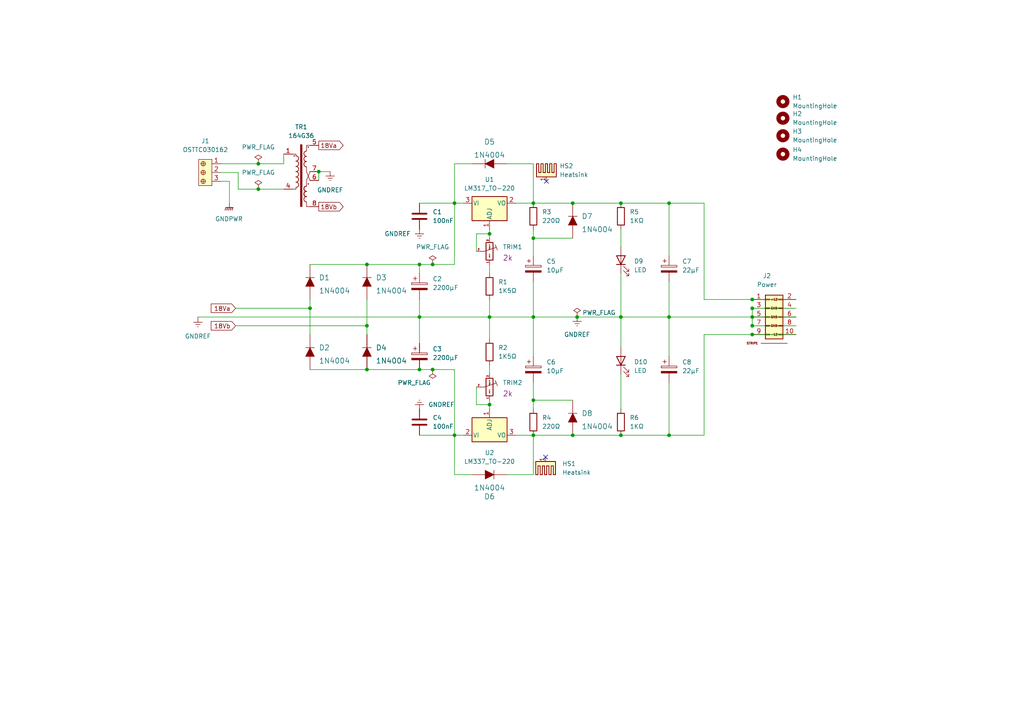
<source format=kicad_sch>
(kicad_sch (version 20211123) (generator eeschema)
  (paper "A4")
  (title_block (title "Linear PSU") (date "2022-01-03") (rev "0.1") (comment 1 "Based on CGS66 By Ken Stone") (comment 2 "CC-BY-NC"))
  (lib_symbols
    (symbol "4ms_Connector:Eurorack_Power_10pin_Unshrouded" (pin_names (offset 0.0254) hide)
      (property "Reference" "J" (at 0 3.81 0))
      (property "Value" "Eurorack_Power_10pin_Unshrouded" (at 0 6.35 0))
      (symbol "Eurorack_Power_10pin_Unshrouded_0_0"
        (text "+12" (at 0 1.27 0) (effects (font (size 0.635 0.635))))
        (text "-12" (at 0 -8.89 0) (effects (font (size 0.635 0.635))))
        (text "GND" (at 0 -6.35 0) (effects (font (size 0.635 0.635))))
        (text "GND" (at 0 -3.81 0) (effects (font (size 0.635 0.635))))
        (text "GND" (at 0 -1.27 0) (effects (font (size 0.635 0.635))))
        (text "STRIPE" (at -6.35 -11.43 0) (effects (font (size 0.635 0.635))))
      )
      (symbol "Eurorack_Power_10pin_Unshrouded_0_1"
        (rectangle (start -2.54 -10.16) (end 2.54 2.54) (stroke (width 0.254)) (fill (type background)))
        (rectangle (start -2.54 -8.763) (end -1.27 -9.017))
        (rectangle (start -2.54 -6.223) (end -1.27 -6.477))
        (rectangle (start -2.54 -3.683) (end -1.27 -3.937))
        (rectangle (start -2.54 -1.143) (end -1.27 -1.397))
        (rectangle (start -2.54 1.397) (end -1.27 1.143))
        (polyline (pts (xy -3.81 -11.43) (xy 3.81 -11.43) (xy 1.27 -11.43)))
        (rectangle (start 1.27 -8.763) (end 2.54 -9.017))
        (rectangle (start 1.27 -6.223) (end 2.54 -6.477))
        (rectangle (start 1.27 -3.683) (end 2.54 -3.937))
        (rectangle (start 1.27 -1.143) (end 2.54 -1.397))
        (rectangle (start 1.27 1.397) (end 2.54 1.143))
      )
      (symbol "Eurorack_Power_10pin_Unshrouded_1_1"
        (pin passive line (at -6.35 1.27 0) (length 3.81) (name "+12V") (number "1"))
        (pin passive line (at 6.35 -8.89 180) (length 3.81) (name "-12V") (number "10"))
        (pin passive line (at 6.35 1.27 180) (length 3.81) (name "+12V") (number "2"))
        (pin passive line (at -6.35 -1.27 0) (length 3.81) (name "GND") (number "3"))
        (pin passive line (at 6.35 -1.27 180) (length 3.81) (name "GND") (number "4"))
        (pin passive line (at -6.35 -3.81 0) (length 3.81) (name "GND") (number "5"))
        (pin passive line (at 6.35 -3.81 180) (length 3.81) (name "GND") (number "6"))
        (pin passive line (at -6.35 -6.35 0) (length 3.81) (name "GND") (number "7"))
        (pin passive line (at 6.35 -6.35 180) (length 3.81) (name "GND") (number "8"))
        (pin passive line (at -6.35 -8.89 0) (length 3.81) (name "-12V") (number "9"))
      )
    )
    (symbol "4ms_Potentiometer:TrimPot_T73YEt_1k" (pin_names (offset 1.016) hide)
      (property "Reference" "TRIM" (at -5.08 0.381 90))
      (property "Display" "1k" (at -3.302 0.127 90))
      (symbol "TrimPot_T73YEt_1k_0_1"
        (polyline (pts (xy -2.286 -0.381) (xy -1.651 -1.905)))
        (polyline (pts (xy -1.905 -1.143) (xy 1.524 0)))
        (polyline (pts (xy 2.54 0) (xy 1.524 0)))
        (rectangle (start 1.016 2.54) (end -1.016 -2.54) (stroke (width 0.254)))
      )
      (symbol "TrimPot_T73YEt_1k_1_0"
        (text "Left/1" (at 0 1.27 900) (effects (font (size 0.254 0.254))))
        (text "Right/3" (at 0 -1.27 900) (effects (font (size 0.254 0.254))))
      )
      (symbol "TrimPot_T73YEt_1k_1_1"
        (pin passive line (at 0 3.81 270) (length 1.27) (name "Left") (number "1"))
        (pin passive line (at 3.81 0 180) (length 1.27) (name "Center") (number "2"))
        (pin passive line (at 0 -3.81 90) (length 1.27) (name "Right") (number "3"))
      )
    )
    (symbol "4ms_Power-symbol:PWR_FLAG" (power) (pin_numbers hide) (pin_names (offset 0) hide)
      (property "Value" "PWR_FLAG" (at 0 3.81 0))
      (symbol "PWR_FLAG_0_0"
        (pin power_out line (at 0 0 90) (length 0) (name "pwr") (number "1"))
      )
      (symbol "PWR_FLAG_0_1"
        (polyline (pts (xy 0 0) (xy 0 1.27) (xy -1.016 1.905) (xy 0 2.54) (xy 1.016 1.905) (xy 0 1.27)))
      )
    )
    (symbol "Device:C" (pin_numbers hide) (pin_names (offset 0.254))
      (property "Reference" "C" (at 0.635 2.54 0))
      (property "Value" "C" (at 0.635 -2.54 0))
      (symbol "C_0_1"
        (polyline (pts (xy -2.032 -0.762) (xy 2.032 -0.762)) (stroke (width 0.508)))
        (polyline (pts (xy -2.032 0.762) (xy 2.032 0.762)) (stroke (width 0.508)))
      )
      (symbol "C_1_1"
        (pin passive line (at 0 3.81 270) (length 2.794) (name "~") (number "1"))
        (pin passive line (at 0 -3.81 90) (length 2.794) (name "~") (number "2"))
      )
    )
    (symbol "Device:C_Polarized" (pin_numbers hide) (pin_names (offset 0.254))
      (property "Reference" "C" (at 0.635 2.54 0))
      (property "Value" "C_Polarized" (at 0.635 -2.54 0))
      (symbol "C_Polarized_0_1"
        (rectangle (start -2.286 0.508) (end 2.286 1.016))
        (polyline (pts (xy -1.778 2.286) (xy -0.762 2.286)))
        (polyline (pts (xy -1.27 2.794) (xy -1.27 1.778)))
        (rectangle (start 2.286 -0.508) (end -2.286 -1.016) (fill (type outline)))
      )
      (symbol "C_Polarized_1_1"
        (pin passive line (at 0 3.81 270) (length 2.794) (name "~") (number "1"))
        (pin passive line (at 0 -3.81 90) (length 2.794) (name "~") (number "2"))
      )
    )
    (symbol "Device:LED" (pin_numbers hide) (pin_names (offset 1.016) hide)
      (property "Reference" "D" (at 0 2.54 0))
      (property "Value" "LED" (at 0 -2.54 0))
      (symbol "LED_0_1"
        (polyline (pts (xy -1.27 -1.27) (xy -1.27 1.27)) (stroke (width 0.254)))
        (polyline (pts (xy -1.27 0) (xy 1.27 0)))
        (polyline (pts (xy 1.27 -1.27) (xy 1.27 1.27) (xy -1.27 0) (xy 1.27 -1.27)) (stroke (width 0.254)))
        (polyline (pts (xy -3.048 -0.762) (xy -4.572 -2.286) (xy -3.81 -2.286) (xy -4.572 -2.286) (xy -4.572 -1.524)))
        (polyline (pts (xy -1.778 -0.762) (xy -3.302 -2.286) (xy -2.54 -2.286) (xy -3.302 -2.286) (xy -3.302 -1.524)))
      )
      (symbol "LED_1_1"
        (pin passive line (at -3.81 0 0) (length 2.54) (name "K") (number "1"))
        (pin passive line (at 3.81 0 180) (length 2.54) (name "A") (number "2"))
      )
    )
    (symbol "Device:R" (pin_numbers hide) (pin_names (offset 0))
      (property "Reference" "R" (at 2.032 0 90))
      (property "Value" "R" (at 0 0 90))
      (symbol "R_0_1"
        (rectangle (start -1.016 -2.54) (end 1.016 2.54) (stroke (width 0.254)))
      )
      (symbol "R_1_1"
        (pin passive line (at 0 3.81 270) (length 1.27) (name "~") (number "1"))
        (pin passive line (at 0 -3.81 90) (length 1.27) (name "~") (number "2"))
      )
    )
    (symbol "Mechanical:Heatsink_Pad" (pin_names (offset 0))
      (property "Reference" "HS" (at 0 5.715 0))
      (property "Value" "Heatsink_Pad" (at 0 3.81 0))
      (symbol "Heatsink_Pad_0_1"
        (polyline (pts (xy -0.3302 0) (xy -0.9652 0) (xy -0.9652 2.54) (xy -1.6002 2.54) (xy -1.6002 0) (xy -2.2352 0) (xy -2.2352 2.54) (xy -2.8702 2.54) (xy -2.8702 -1.27) (xy -0.9652 -1.27)) (stroke (width 0.254)) (fill (type background)))
        (polyline (pts (xy -0.3302 0) (xy -0.3302 2.54) (xy 0.3048 2.54) (xy 0.3048 0) (xy 0.9398 0) (xy 0.9398 2.54) (xy 1.5748 2.54) (xy 1.5748 0) (xy 2.2098 0) (xy 2.2098 2.54) (xy 2.8448 2.54) (xy 2.8448 -1.27) (xy -0.9652 -1.27)) (stroke (width 0.254)) (fill (type background)))
      )
      (symbol "Heatsink_Pad_1_1"
        (pin passive line (at 0 -2.54 90) (length 1.27) (name "~") (number "1"))
      )
    )
    (symbol "Mechanical:MountingHole" (pin_names (offset 1.016))
      (property "Reference" "H" (at 0 5.08 0))
      (property "Value" "MountingHole" (at 0 3.175 0))
      (symbol "MountingHole_0_1"
        (circle (center 0 0) (radius 1.27) (stroke (width 1.27)))
      )
    )
    (symbol "NeedlessMustard:164G36"
      (property "Reference" "TR" (at -1.27 11.43 0))
      (property "Value" "164G36" (at 1.27 13.97 0))
      (symbol "164G36_0_1"
        (circle (center -2.032 5.842) (radius 0.127))
        (arc (start -1.524 -3.302) (mid -0.762 -2.54) (end -1.524 -1.778) (stroke (width 0.2032)))
        (arc (start -1.524 -1.778) (mid -0.762 -1.016) (end -1.524 -0.254) (stroke (width 0.2032)))
        (arc (start -1.524 -0.254) (mid -0.762 0.508) (end -1.524 1.27) (stroke (width 0.2032)))
        (arc (start -1.524 1.27) (mid -0.762 2.032) (end -1.524 2.794) (stroke (width 0.2032)))
        (arc (start -1.524 2.794) (mid -0.762 3.556) (end -1.524 4.318) (stroke (width 0.2032)))
        (arc (start -1.524 4.318) (mid -0.762 5.08) (end -1.524 5.842) (stroke (width 0.2032)))
        (rectangle (start -0.254 9.144) (end 0.254 -8.89) (stroke (width 0.0254)) (fill (type outline)))
        (polyline (pts (xy -1.524 -3.302) (xy -1.524 -3.81) (xy -2.54 -3.81)))
        (polyline (pts (xy -1.524 5.842) (xy -1.524 6.35) (xy -2.54 6.35)))
        (polyline (pts (xy 1.524 -7.62) (xy 1.524 -8.89) (xy 2.54 -8.89)))
        (polyline (pts (xy 2.54 -1.27) (xy 1.524 1.27) (xy 1.524 2.54)))
        (polyline (pts (xy 2.54 1.27) (xy 1.524 -1.27) (xy 1.524 -2.794)))
        (polyline (pts (xy 2.54 8.89) (xy 1.524 8.89) (xy 1.524 7.366)))
        (arc (start 1.524 -5.969) (mid 0.762 -6.731) (end 1.524 -7.493) (stroke (width 0.2032)))
        (arc (start 1.524 -4.445) (mid 0.762 -5.207) (end 1.524 -5.969) (stroke (width 0.2032)))
        (arc (start 1.524 -4.445) (mid 0.762 -5.207) (end 1.524 -5.969) (stroke (width 0.2032)))
        (arc (start 1.524 -2.921) (mid 0.762 -3.683) (end 1.524 -4.445) (stroke (width 0.2032)))
        (arc (start 1.524 -2.921) (mid 0.762 -3.683) (end 1.524 -4.445) (stroke (width 0.2032)))
        (arc (start 1.524 4.191) (mid 0.762 3.429) (end 1.524 2.667) (stroke (width 0.2032)))
        (arc (start 1.524 5.715) (mid 0.762 4.953) (end 1.524 4.191) (stroke (width 0.2032)))
        (arc (start 1.524 7.239) (mid 0.762 6.477) (end 1.524 5.715) (stroke (width 0.2032)))
        (circle (center 2.032 -2.286) (radius 0.127))
        (circle (center 2.032 8.382) (radius 0.127))
      )
      (symbol "164G36_1_1"
        (pin passive line (at -5.08 6.35 0) (length 2.54) (name "~") (number "1"))
        (pin passive line (at -5.08 -3.81 0) (length 2.54) (name "~") (number "4"))
        (pin passive line (at 5.08 8.89 180) (length 2.54) (name "~") (number "5"))
        (pin passive line (at 5.08 -1.27 180) (length 2.54) (name "~") (number "6"))
        (pin passive line (at 5.08 1.27 180) (length 2.54) (name "~") (number "7"))
        (pin passive line (at 5.08 -8.89 180) (length 2.54) (name "~") (number "8"))
      )
    )
    (symbol "Regulator_Linear:LM317_SOT-223" (pin_names (offset 0.254))
      (property "Reference" "U" (at -3.81 3.175 0))
      (property "Value" "LM317_SOT-223" (at 0 3.175 0))
      (symbol "LM317_SOT-223_0_1"
        (rectangle (start -5.08 1.905) (end 5.08 -5.08) (stroke (width 0.254)) (fill (type background)))
      )
      (symbol "LM317_SOT-223_1_1"
        (pin input line (at 0 -7.62 90) (length 2.54) (name "ADJ") (number "1"))
        (pin power_out line (at 7.62 0 180) (length 2.54) (name "VO") (number "2"))
        (pin power_in line (at -7.62 0 0) (length 2.54) (name "VI") (number "3"))
      )
    )
    (symbol "Regulator_Linear:LM337_SOT223" (pin_names (offset 0.254))
      (property "Reference" "U" (at -3.81 -3.175 0))
      (property "Value" "LM337_SOT223" (at 0 -3.175 0))
      (symbol "LM337_SOT223_0_1"
        (rectangle (start -5.08 5.08) (end 5.08 -1.905) (stroke (width 0.254)) (fill (type background)))
      )
      (symbol "LM337_SOT223_1_1"
        (pin input line (at 0 7.62 270) (length 2.54) (name "ADJ") (number "1"))
        (pin power_in line (at -7.62 0 0) (length 2.54) (name "VI") (number "2"))
        (pin power_out line (at 7.62 0 180) (length 2.54) (name "VO") (number "3"))
      )
    )
    (symbol "dk_Diodes-Rectifiers-Single:1N4004-T_NRND" (pin_numbers hide) (pin_names (offset 0) hide)
      (property "Reference" "D" (at 0 2.54 0))
      (property "Value" "1N4004-T_NRND" (at 0 -2.54 0))
      (symbol "1N4004-T_NRND_0_1"
        (polyline (pts (xy 1.27 1.27) (xy 1.27 -1.27)))
        (polyline (pts (xy -1.27 1.27) (xy -1.27 -1.27) (xy 1.27 0) (xy -1.27 1.27)) (fill (type outline)))
      )
      (symbol "1N4004-T_NRND_1_1"
        (pin passive line (at -5.08 0 0) (length 3.81) (name "~") (number "A"))
        (pin passive line (at 5.08 0 180) (length 3.81) (name "~") (number "K"))
      )
    )
    (symbol "dk_Terminal-Blocks-Wire-to-Board:OSTTC030162" (pin_names (offset 1.016))
      (property "Reference" "J" (at -2.54 1.27 0))
      (property "Value" "OSTTC030162" (at 2.54 -2.54 0))
      (symbol "OSTTC030162_1_1"
        (rectangle (start -1.27 2.54) (end 6.35 -1.27) (fill (type background)))
        (polyline (pts (xy 0 0.635) (xy 0 -0.635)))
        (polyline (pts (xy 0.635 0) (xy -0.635 0)))
        (polyline (pts (xy 1.905 0) (xy 3.175 0)))
        (polyline (pts (xy 2.54 0.635) (xy 2.54 -0.635)))
        (polyline (pts (xy 4.445 0) (xy 5.715 0)))
        (polyline (pts (xy 5.08 0.635) (xy 5.08 -0.635)))
        (circle (center 0 0) (radius 0.635))
        (circle (center 2.54 0) (radius 0.635))
        (circle (center 5.08 0) (radius 0.635))
        (pin passive line (at 0 5.08 270) (length 2.54) (name "~") (number "1"))
        (pin passive line (at 2.54 5.08 270) (length 2.54) (name "~") (number "2"))
        (pin passive line (at 5.08 5.08 270) (length 2.54) (name "~") (number "3"))
      )
    )
    (symbol "power:GNDPWR" (power) (pin_names (offset 0))
      (property "Value" "GNDPWR" (at 0 -3.302 0))
      (symbol "GNDPWR_0_1"
        (polyline (pts (xy 0 -1.27) (xy 0 0)))
        (polyline (pts (xy -1.016 -1.27) (xy -1.27 -2.032) (xy -1.27 -2.032)) (stroke (width 0.2032)))
        (polyline (pts (xy -0.508 -1.27) (xy -0.762 -2.032) (xy -0.762 -2.032)) (stroke (width 0.2032)))
        (polyline (pts (xy 0 -1.27) (xy -0.254 -2.032) (xy -0.254 -2.032)) (stroke (width 0.2032)))
        (polyline (pts (xy 0.508 -1.27) (xy 0.254 -2.032) (xy 0.254 -2.032)) (stroke (width 0.2032)))
        (polyline (pts (xy 1.016 -1.27) (xy -1.016 -1.27) (xy -1.016 -1.27)) (stroke (width 0.2032)))
        (polyline (pts (xy 1.016 -1.27) (xy 0.762 -2.032) (xy 0.762 -2.032) (xy 0.762 -2.032)) (stroke (width 0.2032)))
      )
      (symbol "GNDPWR_1_1"
        (pin power_in line (at 0 0 270) (length 0) hide (name "GNDPWR") (number "1"))
      )
    )
    (symbol "power:GNDREF" (power) (pin_names (offset 0))
      (property "Value" "GNDREF" (at 0 -3.81 0))
      (symbol "GNDREF_0_1"
        (polyline (pts (xy -0.635 -1.905) (xy 0.635 -1.905)))
        (polyline (pts (xy -0.127 -2.54) (xy 0.127 -2.54)))
        (polyline (pts (xy 0 -1.27) (xy 0 0)))
        (polyline (pts (xy 1.27 -1.27) (xy -1.27 -1.27)))
      )
      (symbol "GNDREF_1_1"
        (pin power_in line (at 0 0 270) (length 0) hide (name "GNDREF") (number "1"))
      )
    )
    (symbol "power:PWR_FLAG" (power) (pin_numbers hide) (pin_names (offset 0) hide)
      (property "Value" "PWR_FLAG" (at 0 3.81 0))
      (symbol "PWR_FLAG_0_0"
        (pin power_out line (at 0 0 90) (length 0) (name "pwr") (number "1"))
      )
      (symbol "PWR_FLAG_0_1"
        (polyline (pts (xy 0 0) (xy 0 1.27) (xy -1.016 1.905) (xy 0 2.54) (xy 1.016 1.905) (xy 0 1.27)))
      )
    )
  )
  (junction (at 141.986 67.818))
  (junction (at 74.93 54.864))
  (junction (at 106.426 94.488))
  (junction (at 154.686 116.078))
  (junction (at 194.056 126.238))
  (junction (at 218.186 89.408))
  (junction (at 180.086 126.238))
  (junction (at 89.916 89.408))
  (junction (at 106.426 76.708))
  (junction (at 154.686 69.088))
  (junction (at 121.666 91.948))
  (junction (at 218.186 91.948))
  (junction (at 154.686 126.238))
  (junction (at 154.686 58.928))
  (junction (at 194.056 58.928))
  (junction (at 154.686 91.948))
  (junction (at 106.426 107.188))
  (junction (at 218.186 86.868))
  (junction (at 180.086 91.948))
  (junction (at 141.986 117.348))
  (junction (at 167.386 91.948))
  (junction (at 166.116 58.928))
  (junction (at 74.93 47.498))
  (junction (at 141.986 91.948))
  (junction (at 131.826 58.928))
  (junction (at 125.476 76.708))
  (junction (at 121.666 76.708))
  (junction (at 166.116 126.238))
  (junction (at 218.186 97.028))
  (junction (at 218.186 94.488))
  (junction (at 125.476 107.188))
  (junction (at 131.826 126.238))
  (junction (at 194.056 91.948))
  (junction (at 180.086 58.928))
  (junction (at 92.456 49.784))
  (junction (at 121.666 107.188))
  (no_connect (at 158.242 132.588))
  (no_connect (at 158.496 52.578))
  (wire (pts (xy 180.086 66.548) (xy 180.086 71.628)))
  (wire (pts (xy 89.916 107.188) (xy 106.426 107.188)))
  (wire (pts (xy 154.686 66.548) (xy 154.686 69.088)))
  (wire (pts (xy 194.056 81.788) (xy 194.056 91.948)))
  (wire (pts (xy 121.666 107.188) (xy 125.476 107.188)))
  (wire (pts (xy 121.666 91.948) (xy 141.986 91.948)))
  (wire (pts (xy 89.916 89.408) (xy 89.916 97.028)))
  (wire (pts (xy 141.986 66.548) (xy 141.986 67.818)))
  (wire (pts (xy 106.426 107.188) (xy 121.666 107.188)))
  (wire (pts (xy 138.176 72.898) (xy 138.176 67.818)))
  (wire (pts (xy 69.088 54.864) (xy 69.088 50.038)))
  (wire (pts (xy 138.176 112.268) (xy 138.176 117.348)))
  (wire (pts (xy 154.686 91.948) (xy 167.386 91.948)))
  (wire (pts (xy 194.056 126.238) (xy 204.216 126.238)))
  (wire (pts (xy 131.826 76.708) (xy 131.826 58.928)))
  (wire (pts (xy 218.186 91.948) (xy 230.886 91.948)))
  (wire (pts (xy 154.686 137.668) (xy 147.066 137.668)))
  (wire (pts (xy 64.008 52.578) (xy 66.548 52.578)))
  (wire (pts (xy 125.476 107.188) (xy 131.826 107.188)))
  (wire (pts (xy 154.686 126.238) (xy 154.686 137.668)))
  (wire (pts (xy 166.116 126.238) (xy 180.086 126.238)))
  (wire (pts (xy 141.986 86.868) (xy 141.986 91.948)))
  (wire (pts (xy 57.404 91.948) (xy 121.666 91.948)))
  (wire (pts (xy 218.186 86.868) (xy 230.886 86.868)))
  (wire (pts (xy 69.088 50.038) (xy 64.008 50.038)))
  (wire (pts (xy 194.056 91.948) (xy 218.186 91.948)))
  (wire (pts (xy 121.666 76.708) (xy 125.476 76.708)))
  (wire (pts (xy 68.326 89.408) (xy 89.916 89.408)))
  (wire (pts (xy 154.686 47.498) (xy 154.686 58.928)))
  (wire (pts (xy 154.686 69.088) (xy 166.116 69.088)))
  (wire (pts (xy 82.296 47.498) (xy 74.93 47.498)))
  (wire (pts (xy 82.296 54.864) (xy 74.93 54.864)))
  (wire (pts (xy 131.826 47.498) (xy 131.826 58.928)))
  (wire (pts (xy 149.606 58.928) (xy 154.686 58.928)))
  (wire (pts (xy 204.216 126.238) (xy 204.216 97.028)))
  (wire (pts (xy 194.056 58.928) (xy 204.216 58.928)))
  (wire (pts (xy 149.606 126.238) (xy 154.686 126.238)))
  (wire (pts (xy 74.93 54.864) (xy 69.088 54.864)))
  (wire (pts (xy 141.986 91.948) (xy 154.686 91.948)))
  (wire (pts (xy 74.93 47.498) (xy 64.008 47.498)))
  (wire (pts (xy 106.426 86.868) (xy 106.426 94.488)))
  (wire (pts (xy 121.666 76.708) (xy 121.666 79.248)))
  (wire (pts (xy 180.086 79.248) (xy 180.086 91.948)))
  (wire (pts (xy 121.666 126.238) (xy 131.826 126.238)))
  (wire (pts (xy 180.086 91.948) (xy 194.056 91.948)))
  (wire (pts (xy 141.986 76.708) (xy 141.986 79.248)))
  (wire (pts (xy 131.826 137.668) (xy 131.826 126.238)))
  (wire (pts (xy 167.386 91.948) (xy 180.086 91.948)))
  (wire (pts (xy 89.916 76.708) (xy 106.426 76.708)))
  (wire (pts (xy 121.666 58.928) (xy 131.826 58.928)))
  (wire (pts (xy 57.404 91.948) (xy 57.404 92.202)))
  (wire (pts (xy 154.686 58.928) (xy 166.116 58.928)))
  (wire (pts (xy 218.186 91.948) (xy 218.186 94.488)))
  (wire (pts (xy 136.906 137.668) (xy 131.826 137.668)))
  (wire (pts (xy 154.686 91.948) (xy 154.686 103.378)))
  (wire (pts (xy 218.186 97.028) (xy 230.886 97.028)))
  (wire (pts (xy 141.986 105.918) (xy 141.986 108.458)))
  (wire (pts (xy 154.686 81.788) (xy 154.686 91.948)))
  (wire (pts (xy 125.476 76.708) (xy 131.826 76.708)))
  (wire (pts (xy 166.116 58.928) (xy 180.086 58.928)))
  (wire (pts (xy 141.986 67.818) (xy 141.986 69.088)))
  (wire (pts (xy 180.086 58.928) (xy 194.056 58.928)))
  (wire (pts (xy 194.056 58.928) (xy 194.056 74.168)))
  (wire (pts (xy 131.826 58.928) (xy 134.366 58.928)))
  (wire (pts (xy 121.666 86.868) (xy 121.666 91.948)))
  (wire (pts (xy 89.916 86.868) (xy 89.916 89.408)))
  (wire (pts (xy 204.216 86.868) (xy 218.186 86.868)))
  (wire (pts (xy 154.686 116.078) (xy 166.116 116.078)))
  (wire (pts (xy 154.686 116.078) (xy 154.686 118.618)))
  (wire (pts (xy 194.056 110.998) (xy 194.056 126.238)))
  (wire (pts (xy 218.186 89.408) (xy 218.186 91.948)))
  (wire (pts (xy 92.456 49.784) (xy 95.758 49.784)))
  (wire (pts (xy 180.086 126.238) (xy 194.056 126.238)))
  (wire (pts (xy 131.826 47.498) (xy 136.906 47.498)))
  (wire (pts (xy 82.296 44.704) (xy 82.296 47.498)))
  (wire (pts (xy 147.066 47.498) (xy 154.686 47.498)))
  (wire (pts (xy 131.826 107.188) (xy 131.826 126.238)))
  (wire (pts (xy 106.426 76.708) (xy 121.666 76.708)))
  (wire (pts (xy 141.986 117.348) (xy 141.986 118.618)))
  (wire (pts (xy 141.986 116.078) (xy 141.986 117.348)))
  (wire (pts (xy 194.056 91.948) (xy 194.056 103.378)))
  (wire (pts (xy 204.216 58.928) (xy 204.216 86.868)))
  (wire (pts (xy 180.086 108.458) (xy 180.086 118.618)))
  (wire (pts (xy 218.186 89.408) (xy 230.886 89.408)))
  (wire (pts (xy 180.086 91.948) (xy 180.086 100.838)))
  (wire (pts (xy 204.216 97.028) (xy 218.186 97.028)))
  (wire (pts (xy 138.176 67.818) (xy 141.986 67.818)))
  (wire (pts (xy 92.456 49.784) (xy 92.456 52.324)))
  (wire (pts (xy 131.826 126.238) (xy 134.366 126.238)))
  (wire (pts (xy 218.186 94.488) (xy 230.886 94.488)))
  (wire (pts (xy 121.666 91.948) (xy 121.666 99.568)))
  (wire (pts (xy 154.686 126.238) (xy 166.116 126.238)))
  (wire (pts (xy 154.686 110.998) (xy 154.686 116.078)))
  (wire (pts (xy 141.986 91.948) (xy 141.986 98.298)))
  (wire (pts (xy 106.426 94.488) (xy 106.426 97.028)))
  (wire (pts (xy 68.326 94.488) (xy 106.426 94.488)))
  (wire (pts (xy 138.176 117.348) (xy 141.986 117.348)))
  (wire (pts (xy 66.548 52.578) (xy 66.548 58.928)))
  (wire (pts (xy 154.686 69.088) (xy 154.686 74.168)))
  (global_label "18Va" (shape output) (at 92.456 42.164 0) (property "Intersheet References" "${INTERSHEET_REFS}" (effects hide)))
  (global_label "18Va" (shape input) (at 68.326 89.408 180) (property "Intersheet References" "${INTERSHEET_REFS}" (effects hide)))
  (global_label "18Vb" (shape output) (at 92.456 59.944 0) (property "Intersheet References" "${INTERSHEET_REFS}" (effects hide)))
  (global_label "18Vb" (shape input) (at 68.326 94.488 180) (property "Intersheet References" "${INTERSHEET_REFS}" (effects hide)))
  (symbol (lib_id "Mechanical:MountingHole") (at 227.076 39.37 0) (unit 1) (in_bom no)
    (property "Reference" "H3" (at 229.87 38.0999 0) (effects (justify left)))
    (property "Value" "MountingHole" (at 229.87 40.6399 0) (effects (justify left)))
    (property "Footprint" "MountingHole:MountingHole_3.2mm_M3_DIN965" (effects hide))
  )
  (symbol (lib_id "power:GNDREF") (at 121.666 118.618 180) (unit 1)
    (property "Reference" "#PWR05" (effects hide))
    (property "Value" "GNDREF" (at 131.826 117.348 0) (effects (justify left)))
  )
  (symbol (lib_id "dk_Diodes-Rectifiers-Single:1N4004-T_NRND") (at 89.916 81.788 90) (unit 1)
    (property "Reference" "D1" (at 92.456 80.518 90) (effects (font (size 1.524 1.524)) (justify right)))
    (property "Value" "1N4004" (at 92.456 84.328 90) (effects (font (size 1.524 1.524)) (justify right)))
    (property "Footprint" "digikey-footprints:DO-41" (effects hide))
    (property "Datasheet" "https://www.diodes.com/assets/Datasheets/ds28002.pdf" (effects hide))
    (property "Digi-Key_PN" "1N4004DICT-ND" (effects hide))
    (property "MPN" "1N4004-T" (effects hide))
    (property "Category" "Discrete Semiconductor Products" (effects hide))
    (property "Family" "Diodes - Rectifiers - Single" (effects hide))
    (property "DK_Datasheet_Link" "https://www.diodes.com/assets/Datasheets/ds28002.pdf" (effects hide))
    (property "DK_Detail_Page" "/product-detail/en/diodes-incorporated/1N4004-T/1N4004DICT-ND/160593" (effects hide))
    (property "Description" "DIODE GEN PURP 400V 1A DO41" (effects hide))
    (property "Manufacturer" "Diodes Incorporated" (effects hide))
    (property "Status" "Not For New Designs" (effects hide))
  )
  (symbol (lib_id "4ms_Connector:Eurorack_Power_10pin_Unshrouded") (at 224.536 88.138 0) (unit 1)
    (property "Reference" "J2" (at 222.4373 80.01 0))
    (property "Value" "Power" (at 222.4373 82.55 0))
    (property "Footprint" "4ms_Connector:Pins_2x05_2.54mm_TH_Europower" (effects hide))
    (property "Specifications" "HEADER 2x5 MALE PINS 0.100” 180deg" (effects hide))
    (property "Manufacturer" "TAD" (effects hide))
    (property "Part Number" "1-1002FBV0T" (effects hide))
  )
  (symbol (lib_id "Device:C") (at 121.666 62.738 0) (unit 1)
    (property "Reference" "C1" (at 125.476 61.4679 0) (effects (justify left)))
    (property "Value" "100nF" (at 125.476 64.0079 0) (effects (justify left)))
    (property "Footprint" "Capacitor_THT:C_Rect_L4.6mm_W2.0mm_P2.50mm_MKS02_FKP02" (effects hide))
  )
  (symbol (lib_id "power:GNDREF") (at 57.404 92.202 0) (unit 1)
    (property "Reference" "#PWR01" (effects hide))
    (property "Value" "GNDREF" (at 57.404 97.536 0))
  )
  (symbol (lib_id "power:PWR_FLAG") (at 125.476 107.188 180) (unit 1)
    (property "Reference" "#FLG04" (effects hide))
    (property "Value" "PWR_FLAG" (at 115.316 110.998 0) (effects (justify right)))
  )
  (symbol (lib_id "Device:R") (at 154.686 122.428 0) (unit 1)
    (property "Reference" "R4" (at 157.226 121.1579 0) (effects (justify left)))
    (property "Value" "220Ω" (at 157.226 123.6979 0) (effects (justify left)))
    (property "Footprint" "Resistor_THT:R_Axial_DIN0207_L6.3mm_D2.5mm_P10.16mm_Horizontal" (effects hide))
  )
  (symbol (lib_id "power:PWR_FLAG") (at 167.386 91.948 0) (unit 1) (in_bom no) (on_board no)
    (property "Reference" "#FLG05" (effects hide))
    (property "Value" "PWR_FLAG" (at 173.736 90.678 0))
  )
  (symbol (lib_id "Device:LED") (at 180.086 104.648 90) (unit 1)
    (property "Reference" "D10" (at 183.896 104.9654 90) (effects (justify right)))
    (property "Value" "LED" (at 183.896 107.5054 90) (effects (justify right)))
    (property "Footprint" "LED_THT:LED_D3.0mm" (effects hide))
  )
  (symbol (lib_id "dk_Diodes-Rectifiers-Single:1N4004-T_NRND") (at 89.916 102.108 90) (unit 1)
    (property "Reference" "D2" (at 92.456 100.838 90) (effects (font (size 1.524 1.524)) (justify right)))
    (property "Value" "1N4004" (at 92.456 104.648 90) (effects (font (size 1.524 1.524)) (justify right)))
    (property "Footprint" "digikey-footprints:DO-41" (effects hide))
    (property "Datasheet" "https://www.diodes.com/assets/Datasheets/ds28002.pdf" (effects hide))
    (property "Digi-Key_PN" "1N4004DICT-ND" (effects hide))
    (property "MPN" "1N4004-T" (effects hide))
    (property "Category" "Discrete Semiconductor Products" (effects hide))
    (property "Family" "Diodes - Rectifiers - Single" (effects hide))
    (property "DK_Datasheet_Link" "https://www.diodes.com/assets/Datasheets/ds28002.pdf" (effects hide))
    (property "DK_Detail_Page" "/product-detail/en/diodes-incorporated/1N4004-T/1N4004DICT-ND/160593" (effects hide))
    (property "Description" "DIODE GEN PURP 400V 1A DO41" (effects hide))
    (property "Manufacturer" "Diodes Incorporated" (effects hide))
    (property "Status" "Not For New Designs" (effects hide))
  )
  (symbol (lib_id "Device:C_Polarized") (at 121.666 83.058 0) (unit 1)
    (property "Reference" "C2" (at 125.476 80.8989 0) (effects (justify left)))
    (property "Value" "2200µF" (at 125.476 83.4389 0) (effects (justify left)))
    (property "Footprint" "Capacitor_THT:CP_Radial_D12.5mm_P5.00mm" (effects hide))
    (property "Datasheet" "https://media.digikey.com/pdf/Data%20Sheets/Panasonic%20Capacitors%20PDFs/EEUHD.pdf" (effects hide))
    (property "Part" "EEU-HD1V222B" (effects hide))
  )
  (symbol (lib_id "Regulator_Linear:LM317_SOT-223") (at 141.986 58.928 0) (unit 1)
    (property "Reference" "U1" (at 141.986 52.07 0))
    (property "Value" "LM317_TO-220" (at 141.986 54.61 0))
    (property "Footprint" "Package_TO_SOT_THT:TO-220F-3_Vertical" (effects hide))
    (property "Datasheet" "http://www.ti.com/lit/ds/symlink/lm317.pdf" (effects hide))
  )
  (symbol (lib_id "Device:C_Polarized") (at 194.056 107.188 0) (unit 1)
    (property "Reference" "C8" (at 197.866 105.0289 0) (effects (justify left)))
    (property "Value" "22µF" (at 197.866 107.5689 0) (effects (justify left)))
    (property "Footprint" "Capacitor_THT:CP_Radial_D8.0mm_P5.00mm" (effects hide))
  )
  (symbol (lib_id "4ms_Power-symbol:PWR_FLAG") (at 74.93 54.864 0) (unit 1)
    (property "Reference" "#FLG02" (effects hide))
    (property "Value" "PWR_FLAG" (at 74.93 50.038 0))
  )
  (symbol (lib_id "Mechanical:MountingHole") (at 227.076 34.29 0) (unit 1) (in_bom no)
    (property "Reference" "H2" (at 229.87 33.0199 0) (effects (justify left)))
    (property "Value" "MountingHole" (at 229.87 35.5599 0) (effects (justify left)))
    (property "Footprint" "MountingHole:MountingHole_3.2mm_M3_DIN965" (effects hide))
  )
  (symbol (lib_id "power:PWR_FLAG") (at 125.476 76.708 0) (unit 1)
    (property "Reference" "#FLG03" (effects hide))
    (property "Value" "PWR_FLAG" (at 125.476 71.628 0))
  )
  (symbol (lib_id "Device:R") (at 154.686 62.738 0) (unit 1)
    (property "Reference" "R3" (at 157.226 61.4679 0) (effects (justify left)))
    (property "Value" "220Ω" (at 157.226 64.0079 0) (effects (justify left)))
    (property "Footprint" "Resistor_THT:R_Axial_DIN0207_L6.3mm_D2.5mm_P10.16mm_Horizontal" (effects hide))
  )
  (symbol (lib_id "Mechanical:MountingHole") (at 227.076 29.464 0) (unit 1) (in_bom no)
    (property "Reference" "H1" (at 229.87 28.1939 0) (effects (justify left)))
    (property "Value" "MountingHole" (at 229.87 30.7339 0) (effects (justify left)))
    (property "Footprint" "MountingHole:MountingHole_3.2mm_M3_DIN965" (effects hide))
  )
  (symbol (lib_id "Mechanical:Heatsink_Pad") (at 158.496 50.038 0) (unit 1)
    (property "Reference" "HS2" (at 162.306 48.1329 0) (effects (justify left)))
    (property "Value" "Heatsink" (at 162.306 50.6729 0) (effects (justify left)))
    (property "Footprint" "NeedlessMustard:HS346-ND" (effects hide))
    (property "Datasheet" "https://www.boydcorp.com/aavid-datasheets/Board-Level-Cooling-Extruded-5000.pdf" (effects hide))
    (property "MPN" "513102B02500G" (effects hide))
    (property "Description" "HEATSINK TO-220 W/PINS 1.5\"TALL" (effects hide))
    (property "Detail" "Heat Sink TO-220 Aluminum 8.0W @ 80°C Board Level, Vertical" (effects hide))
  )
  (symbol (lib_id "power:GNDREF") (at 121.666 66.548 0) (unit 1)
    (property "Reference" "#PWR04" (effects hide))
    (property "Value" "GNDREF" (at 111.506 67.818 0) (effects (justify left)))
  )
  (symbol (lib_id "dk_Diodes-Rectifiers-Single:1N4004-T_NRND") (at 166.116 64.008 90) (unit 1)
    (property "Reference" "D7" (at 168.656 62.738 90) (effects (font (size 1.524 1.524)) (justify right)))
    (property "Value" "1N4004" (at 168.656 66.548 90) (effects (font (size 1.524 1.524)) (justify right)))
    (property "Footprint" "digikey-footprints:DO-41" (effects hide))
    (property "Datasheet" "https://www.diodes.com/assets/Datasheets/ds28002.pdf" (effects hide))
    (property "Digi-Key_PN" "1N4004DICT-ND" (effects hide))
    (property "MPN" "1N4004-T" (effects hide))
    (property "Category" "Discrete Semiconductor Products" (effects hide))
    (property "Family" "Diodes - Rectifiers - Single" (effects hide))
    (property "DK_Datasheet_Link" "https://www.diodes.com/assets/Datasheets/ds28002.pdf" (effects hide))
    (property "DK_Detail_Page" "/product-detail/en/diodes-incorporated/1N4004-T/1N4004DICT-ND/160593" (effects hide))
    (property "Description" "DIODE GEN PURP 400V 1A DO41" (effects hide))
    (property "Manufacturer" "Diodes Incorporated" (effects hide))
    (property "Status" "Not For New Designs" (effects hide))
  )
  (symbol (lib_id "4ms_Potentiometer:TrimPot_T73YEt_1k") (at 141.986 112.268 180) (unit 1)
    (property "Reference" "TRIM2" (at 145.796 110.9979 0) (effects (justify right)))
    (property "Value" "TrimPot_3299Y_2k" (effects hide))
    (property "Footprint" "Potentiometer_THT:Potentiometer_Bourns_3299Y_Vertical" (effects hide))
    (property "Datasheet" "https://www.bourns.com/docs/Product-Datasheets/3299.pdf" (effects hide))
    (property "Specifications" "Trimpot, TH, 2k, 25 turn, square" (effects hide))
    (property "Manufacturer" "Bourns" (effects hide))
    (property "Part Number" "3299Y-1-202LF" (effects hide))
    (property "Display" "2k" (at 145.796 114.173 0) (effects (font (size 1.524 1.524)) (justify right)))
  )
  (symbol (lib_id "Device:C_Polarized") (at 154.686 77.978 0) (unit 1)
    (property "Reference" "C5" (at 158.496 75.8189 0) (effects (justify left)))
    (property "Value" "10µF" (at 158.496 78.3589 0) (effects (justify left)))
    (property "Footprint" "Capacitor_THT:CP_Radial_D8.0mm_P5.00mm" (effects hide))
  )
  (symbol (lib_id "dk_Diodes-Rectifiers-Single:1N4004-T_NRND") (at 106.426 81.788 90) (unit 1)
    (property "Reference" "D3" (at 108.966 80.518 90) (effects (font (size 1.524 1.524)) (justify right)))
    (property "Value" "1N4004" (at 108.966 84.328 90) (effects (font (size 1.524 1.524)) (justify right)))
    (property "Footprint" "digikey-footprints:DO-41" (effects hide))
    (property "Datasheet" "https://www.diodes.com/assets/Datasheets/ds28002.pdf" (effects hide))
    (property "Digi-Key_PN" "1N4004DICT-ND" (effects hide))
    (property "MPN" "1N4004-T" (effects hide))
    (property "Category" "Discrete Semiconductor Products" (effects hide))
    (property "Family" "Diodes - Rectifiers - Single" (effects hide))
    (property "DK_Datasheet_Link" "https://www.diodes.com/assets/Datasheets/ds28002.pdf" (effects hide))
    (property "DK_Detail_Page" "/product-detail/en/diodes-incorporated/1N4004-T/1N4004DICT-ND/160593" (effects hide))
    (property "Description" "DIODE GEN PURP 400V 1A DO41" (effects hide))
    (property "Manufacturer" "Diodes Incorporated" (effects hide))
    (property "Status" "Not For New Designs" (effects hide))
  )
  (symbol (lib_id "dk_Terminal-Blocks-Wire-to-Board:OSTTC030162") (at 58.928 47.498 270) (unit 1)
    (property "Reference" "J1" (at 59.563 40.894 90))
    (property "Value" "OSTTC030162" (at 59.563 43.434 90))
    (property "Footprint" "digikey-footprints:Term_Block_1x3_P5mm" (effects hide))
    (property "Datasheet" "http://www.on-shore.com/wp-content/uploads/OSTTCXX0162.pdf" (effects hide))
    (property "Digi-Key_PN" "ED2601-ND" (effects hide))
    (property "MPN" "OSTTC030162" (effects hide))
    (property "Category" "Connectors, Interconnects" (effects hide))
    (property "Family" "Terminal Blocks - Wire to Board" (effects hide))
    (property "DK_Datasheet_Link" "http://www.on-shore.com/wp-content/uploads/OSTTCXX0162.pdf" (effects hide))
    (property "DK_Detail_Page" "/product-detail/en/on-shore-technology-inc/OSTTC030162/ED2601-ND/614550" (effects hide))
    (property "Description" "TERM BLK 3POS SIDE ENTRY 5MM PCB" (effects hide))
    (property "Manufacturer" "On Shore Technology Inc." (effects hide))
    (property "Status" "Active" (effects hide))
  )
  (symbol (lib_id "Device:C_Polarized") (at 194.056 77.978 0) (unit 1)
    (property "Reference" "C7" (at 197.866 75.8189 0) (effects (justify left)))
    (property "Value" "22µF" (at 197.866 78.3589 0) (effects (justify left)))
    (property "Footprint" "Capacitor_THT:CP_Radial_D8.0mm_P5.00mm" (effects hide))
  )
  (symbol (lib_id "Regulator_Linear:LM337_SOT223") (at 141.986 126.238 0) (unit 1)
    (property "Reference" "U2" (at 141.986 131.318 0))
    (property "Value" "LM337_TO-220" (at 141.986 133.858 0))
    (property "Footprint" "Package_TO_SOT_THT:TO-220F-3_Vertical" (effects hide))
    (property "Datasheet" "http://www.ti.com/lit/ds/symlink/lm337-n.pdf" (effects hide))
  )
  (symbol (lib_id "Device:C") (at 121.666 122.428 0) (unit 1)
    (property "Reference" "C4" (at 125.476 121.1579 0) (effects (justify left)))
    (property "Value" "100nF" (at 125.476 123.6979 0) (effects (justify left)))
    (property "Footprint" "Capacitor_THT:C_Rect_L4.6mm_W2.0mm_P2.50mm_MKS02_FKP02" (effects hide))
  )
  (symbol (lib_id "Mechanical:MountingHole") (at 227.076 44.704 0) (unit 1) (in_bom no)
    (property "Reference" "H4" (at 229.87 43.4339 0) (effects (justify left)))
    (property "Value" "MountingHole" (at 229.87 45.9739 0) (effects (justify left)))
    (property "Footprint" "MountingHole:MountingHole_3.2mm_M3_DIN965" (effects hide))
  )
  (symbol (lib_id "Device:C_Polarized") (at 154.686 107.188 0) (unit 1)
    (property "Reference" "C6" (at 158.496 105.0289 0) (effects (justify left)))
    (property "Value" "10µF" (at 158.496 107.5689 0) (effects (justify left)))
    (property "Footprint" "Capacitor_THT:CP_Radial_D8.0mm_P5.00mm" (effects hide))
  )
  (symbol (lib_id "Mechanical:Heatsink_Pad") (at 158.242 135.128 180) (unit 1)
    (property "Reference" "HS1" (at 163.068 134.4929 0) (effects (justify right)))
    (property "Value" "Heatsink" (at 163.068 137.0329 0) (effects (justify right)))
    (property "Footprint" "NeedlessMustard:HS346-ND" (effects hide))
    (property "Datasheet" "https://www.boydcorp.com/aavid-datasheets/Board-Level-Cooling-Extruded-5000.pdf" (effects hide))
    (property "MPN" "513102B02500G" (effects hide))
    (property "Description" "HEATSINK TO-220 W/PINS 1.5\"TALL" (effects hide))
    (property "Detail" "Heat Sink TO-220 Aluminum 8.0W @ 80°C Board Level, Vertical" (effects hide))
  )
  (symbol (lib_id "Device:R") (at 141.986 83.058 0) (unit 1)
    (property "Reference" "R1" (at 144.526 81.7879 0) (effects (justify left)))
    (property "Value" "1K5Ω" (at 144.526 84.3279 0) (effects (justify left)))
    (property "Footprint" "Resistor_THT:R_Axial_DIN0207_L6.3mm_D2.5mm_P10.16mm_Horizontal" (effects hide))
  )
  (symbol (lib_id "dk_Diodes-Rectifiers-Single:1N4004-T_NRND") (at 166.116 121.158 90) (unit 1)
    (property "Reference" "D8" (at 168.656 119.888 90) (effects (font (size 1.524 1.524)) (justify right)))
    (property "Value" "1N4004" (at 168.656 123.698 90) (effects (font (size 1.524 1.524)) (justify right)))
    (property "Footprint" "digikey-footprints:DO-41" (effects hide))
    (property "Datasheet" "https://www.diodes.com/assets/Datasheets/ds28002.pdf" (effects hide))
    (property "Digi-Key_PN" "1N4004DICT-ND" (effects hide))
    (property "MPN" "1N4004-T" (effects hide))
    (property "Category" "Discrete Semiconductor Products" (effects hide))
    (property "Family" "Diodes - Rectifiers - Single" (effects hide))
    (property "DK_Datasheet_Link" "https://www.diodes.com/assets/Datasheets/ds28002.pdf" (effects hide))
    (property "DK_Detail_Page" "/product-detail/en/diodes-incorporated/1N4004-T/1N4004DICT-ND/160593" (effects hide))
    (property "Description" "DIODE GEN PURP 400V 1A DO41" (effects hide))
    (property "Manufacturer" "Diodes Incorporated" (effects hide))
    (property "Status" "Not For New Designs" (effects hide))
  )
  (symbol (lib_id "Device:C_Polarized") (at 121.666 103.378 0) (unit 1)
    (property "Reference" "C3" (at 125.476 101.2189 0) (effects (justify left)))
    (property "Value" "2200µF" (at 125.476 103.7589 0) (effects (justify left)))
    (property "Footprint" "Capacitor_THT:CP_Radial_D12.5mm_P5.00mm" (effects hide))
    (property "Datasheet" "https://media.digikey.com/pdf/Data%20Sheets/Panasonic%20Capacitors%20PDFs/EEUHD.pdf" (effects hide))
    (property "Part" "EEU-HD1V222B" (effects hide))
  )
  (symbol (lib_id "Device:R") (at 180.086 122.428 0) (unit 1)
    (property "Reference" "R6" (at 182.626 121.1579 0) (effects (justify left)))
    (property "Value" "1KΩ" (at 182.626 123.6979 0) (effects (justify left)))
    (property "Footprint" "Resistor_THT:R_Axial_DIN0207_L6.3mm_D2.5mm_P10.16mm_Horizontal" (effects hide))
  )
  (symbol (lib_id "power:GNDPWR") (at 66.548 58.928 0) (unit 1)
    (property "Reference" "#PWR0101" (effects hide))
    (property "Value" "GNDPWR" (at 66.421 63.5 0))
  )
  (symbol (lib_id "4ms_Potentiometer:TrimPot_T73YEt_1k") (at 141.986 72.898 180) (unit 1)
    (property "Reference" "TRIM1" (at 145.796 71.6279 0) (effects (justify right)))
    (property "Value" "TrimPot_3299Y_2k" (effects hide))
    (property "Footprint" "Potentiometer_THT:Potentiometer_Bourns_3299Y_Vertical" (effects hide))
    (property "Datasheet" "https://www.bourns.com/docs/Product-Datasheets/3299.pdf" (effects hide))
    (property "Specifications" "Trimpot, TH, 2k, 25 turn, square" (effects hide))
    (property "Manufacturer" "Bourns" (effects hide))
    (property "Part Number" "3299Y-1-202LF" (effects hide))
    (property "Display" "2k" (at 145.796 74.803 0) (effects (font (size 1.524 1.524)) (justify right)))
  )
  (symbol (lib_id "Device:LED") (at 180.086 75.438 90) (unit 1)
    (property "Reference" "D9" (at 183.896 75.7554 90) (effects (justify right)))
    (property "Value" "LED" (at 183.896 78.2954 90) (effects (justify right)))
    (property "Footprint" "LED_THT:LED_D3.0mm" (effects hide))
  )
  (symbol (lib_id "Device:R") (at 180.086 62.738 0) (unit 1)
    (property "Reference" "R5" (at 182.626 61.4679 0) (effects (justify left)))
    (property "Value" "1KΩ" (at 182.626 64.0079 0) (effects (justify left)))
    (property "Footprint" "Resistor_THT:R_Axial_DIN0207_L6.3mm_D2.5mm_P10.16mm_Horizontal" (effects hide))
  )
  (symbol (lib_id "4ms_Power-symbol:PWR_FLAG") (at 74.93 47.498 0) (unit 1)
    (property "Reference" "#FLG01" (effects hide))
    (property "Value" "PWR_FLAG" (at 74.93 42.672 0))
  )
  (symbol (lib_id "Device:R") (at 141.986 102.108 0) (unit 1)
    (property "Reference" "R2" (at 144.526 100.8379 0) (effects (justify left)))
    (property "Value" "1K5Ω" (at 144.526 103.3779 0) (effects (justify left)))
    (property "Footprint" "Resistor_THT:R_Axial_DIN0207_L6.3mm_D2.5mm_P10.16mm_Horizontal" (effects hide))
  )
  (symbol (lib_id "dk_Diodes-Rectifiers-Single:1N4004-T_NRND") (at 141.986 47.498 180) (unit 1)
    (property "Reference" "D5" (at 141.986 41.148 0) (effects (font (size 1.524 1.524))))
    (property "Value" "1N4004" (at 141.986 44.958 0) (effects (font (size 1.524 1.524))))
    (property "Footprint" "digikey-footprints:DO-41" (effects hide))
    (property "Datasheet" "https://www.diodes.com/assets/Datasheets/ds28002.pdf" (effects hide))
    (property "Digi-Key_PN" "1N4004DICT-ND" (effects hide))
    (property "MPN" "1N4004-T" (effects hide))
    (property "Category" "Discrete Semiconductor Products" (effects hide))
    (property "Family" "Diodes - Rectifiers - Single" (effects hide))
    (property "DK_Datasheet_Link" "https://www.diodes.com/assets/Datasheets/ds28002.pdf" (effects hide))
    (property "DK_Detail_Page" "/product-detail/en/diodes-incorporated/1N4004-T/1N4004DICT-ND/160593" (effects hide))
    (property "Description" "DIODE GEN PURP 400V 1A DO41" (effects hide))
    (property "Manufacturer" "Diodes Incorporated" (effects hide))
    (property "Status" "Not For New Designs" (effects hide))
  )
  (symbol (lib_id "power:GNDREF") (at 95.758 49.784 0) (unit 1)
    (property "Reference" "#PWR03" (effects hide))
    (property "Value" "GNDREF" (at 95.758 55.118 0))
  )
  (symbol (lib_id "NeedlessMustard:164G36") (at 87.376 51.054 0) (unit 1)
    (property "Reference" "TR1" (at 87.376 36.83 0))
    (property "Value" "164G36" (at 87.376 39.37 0))
    (property "Footprint" "NeedlessMustard:164G36" (effects hide))
    (property "Datasheet" "https://www.farnell.com/datasheets/2238140.pdf" (effects hide))
    (property "Manufacturer" "Hammond" (effects hide))
    (property "Size" "12VA" (effects hide))
    (property "Series" "36V C.T. @ .35A" (effects hide))
    (property "Parallel" "18V @ .7A" (effects hide))
  )
  (symbol (lib_id "dk_Diodes-Rectifiers-Single:1N4004-T_NRND") (at 141.986 137.668 0) (unit 1)
    (property "Reference" "D6" (at 141.986 144.018 0) (effects (font (size 1.524 1.524))))
    (property "Value" "1N4004" (at 141.986 141.478 0) (effects (font (size 1.524 1.524))))
    (property "Footprint" "digikey-footprints:DO-41" (effects hide))
    (property "Datasheet" "https://www.diodes.com/assets/Datasheets/ds28002.pdf" (effects hide))
    (property "Digi-Key_PN" "1N4004DICT-ND" (effects hide))
    (property "MPN" "1N4004-T" (effects hide))
    (property "Category" "Discrete Semiconductor Products" (effects hide))
    (property "Family" "Diodes - Rectifiers - Single" (effects hide))
    (property "DK_Datasheet_Link" "https://www.diodes.com/assets/Datasheets/ds28002.pdf" (effects hide))
    (property "DK_Detail_Page" "/product-detail/en/diodes-incorporated/1N4004-T/1N4004DICT-ND/160593" (effects hide))
    (property "Description" "DIODE GEN PURP 400V 1A DO41" (effects hide))
    (property "Manufacturer" "Diodes Incorporated" (effects hide))
    (property "Status" "Not For New Designs" (effects hide))
  )
  (symbol (lib_id "dk_Diodes-Rectifiers-Single:1N4004-T_NRND") (at 106.426 102.108 90) (unit 1)
    (property "Reference" "D4" (at 108.966 100.838 90) (effects (font (size 1.524 1.524)) (justify right)))
    (property "Value" "1N4004" (at 108.966 104.648 90) (effects (font (size 1.524 1.524)) (justify right)))
    (property "Footprint" "digikey-footprints:DO-41" (effects hide))
    (property "Datasheet" "https://www.diodes.com/assets/Datasheets/ds28002.pdf" (effects hide))
    (property "Digi-Key_PN" "1N4004DICT-ND" (effects hide))
    (property "MPN" "1N4004-T" (effects hide))
    (property "Category" "Discrete Semiconductor Products" (effects hide))
    (property "Family" "Diodes - Rectifiers - Single" (effects hide))
    (property "DK_Datasheet_Link" "https://www.diodes.com/assets/Datasheets/ds28002.pdf" (effects hide))
    (property "DK_Detail_Page" "/product-detail/en/diodes-incorporated/1N4004-T/1N4004DICT-ND/160593" (effects hide))
    (property "Description" "DIODE GEN PURP 400V 1A DO41" (effects hide))
    (property "Manufacturer" "Diodes Incorporated" (effects hide))
    (property "Status" "Not For New Designs" (effects hide))
  )
  (symbol (lib_id "power:GNDREF") (at 167.386 91.948 0) (unit 1)
    (property "Reference" "#PWR06" (effects hide))
    (property "Value" "GNDREF" (at 167.386 97.028 0))
  )
)
</source>
